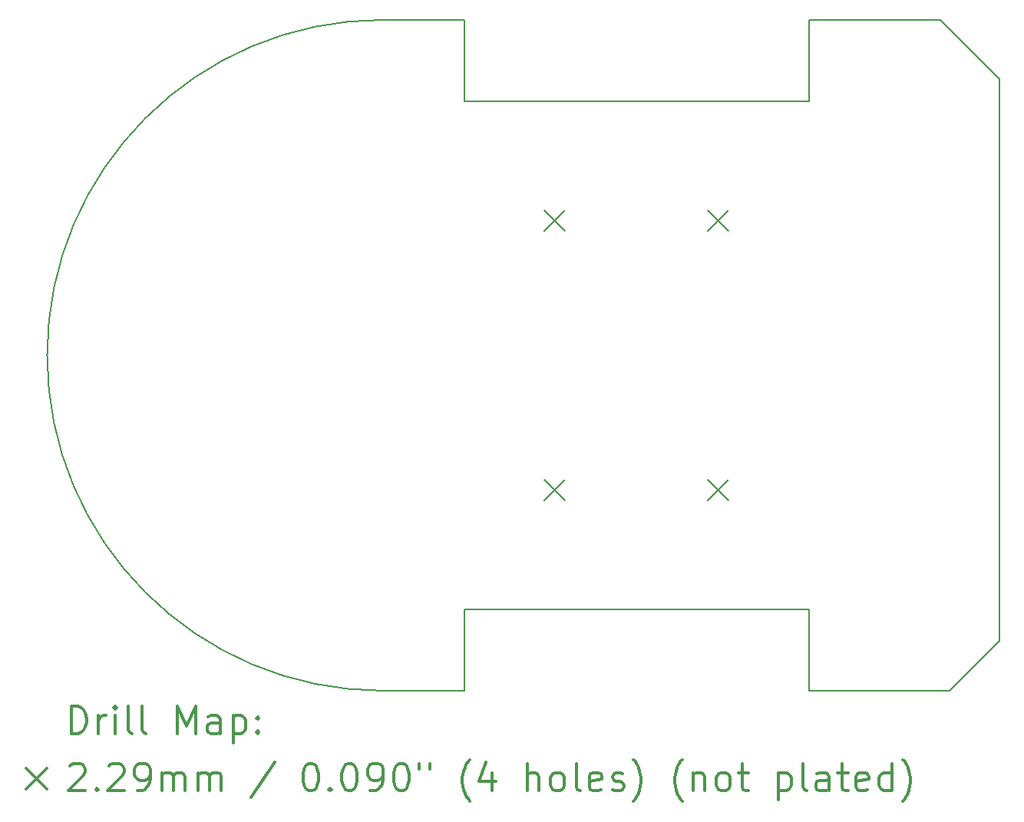
<source format=gbr>
%FSLAX45Y45*%
G04 Gerber Fmt 4.5, Leading zero omitted, Abs format (unit mm)*
G04 Created by KiCad (PCBNEW 4.0.2-stable) date 4/4/2016 10:35:26 AM*
%MOMM*%
G01*
G04 APERTURE LIST*
%ADD10C,0.127000*%
%ADD11C,0.150000*%
%ADD12C,0.200000*%
%ADD13C,0.300000*%
G04 APERTURE END LIST*
D10*
D11*
X21800000Y-5300000D02*
X23250000Y-5300000D01*
X21800000Y-12700000D02*
X23350000Y-12700000D01*
X23900000Y-12150000D02*
X23350000Y-12700000D01*
X23900000Y-5950000D02*
X23900000Y-12150000D01*
X23900000Y-5950000D02*
X23250000Y-5300000D01*
X17100000Y-12700000D02*
X17300000Y-12700000D01*
X13400000Y-9000000D02*
G75*
G03X17100000Y-12700000I3700000J0D01*
G01*
X17200000Y-5300000D02*
X17100000Y-5300000D01*
X17100000Y-5300000D02*
G75*
G03X13400000Y-9000000I0J-3700000D01*
G01*
X18000000Y-12700000D02*
X17300000Y-12700000D01*
X18000000Y-11800000D02*
X18000000Y-12700000D01*
X21800000Y-11800000D02*
X18000000Y-11800000D01*
X21800000Y-12700000D02*
X21800000Y-11800000D01*
X21800000Y-6200000D02*
X21800000Y-5300000D01*
X18300000Y-6200000D02*
X21800000Y-6200000D01*
X18000000Y-5300000D02*
X17200000Y-5300000D01*
X18000000Y-6200000D02*
X18000000Y-5300000D01*
X18300000Y-6200000D02*
X18000000Y-6200000D01*
D12*
X18885700Y-7400700D02*
X19114300Y-7629300D01*
X19114300Y-7400700D02*
X18885700Y-7629300D01*
X18885700Y-10370700D02*
X19114300Y-10599300D01*
X19114300Y-10370700D02*
X18885700Y-10599300D01*
X20685700Y-7400700D02*
X20914300Y-7629300D01*
X20914300Y-7400700D02*
X20685700Y-7629300D01*
X20685700Y-10370700D02*
X20914300Y-10599300D01*
X20914300Y-10370700D02*
X20685700Y-10599300D01*
D13*
X13663928Y-13173214D02*
X13663928Y-12873214D01*
X13735357Y-12873214D01*
X13778214Y-12887500D01*
X13806786Y-12916071D01*
X13821071Y-12944643D01*
X13835357Y-13001786D01*
X13835357Y-13044643D01*
X13821071Y-13101786D01*
X13806786Y-13130357D01*
X13778214Y-13158929D01*
X13735357Y-13173214D01*
X13663928Y-13173214D01*
X13963928Y-13173214D02*
X13963928Y-12973214D01*
X13963928Y-13030357D02*
X13978214Y-13001786D01*
X13992500Y-12987500D01*
X14021071Y-12973214D01*
X14049643Y-12973214D01*
X14149643Y-13173214D02*
X14149643Y-12973214D01*
X14149643Y-12873214D02*
X14135357Y-12887500D01*
X14149643Y-12901786D01*
X14163928Y-12887500D01*
X14149643Y-12873214D01*
X14149643Y-12901786D01*
X14335357Y-13173214D02*
X14306786Y-13158929D01*
X14292500Y-13130357D01*
X14292500Y-12873214D01*
X14492500Y-13173214D02*
X14463928Y-13158929D01*
X14449643Y-13130357D01*
X14449643Y-12873214D01*
X14835357Y-13173214D02*
X14835357Y-12873214D01*
X14935357Y-13087500D01*
X15035357Y-12873214D01*
X15035357Y-13173214D01*
X15306786Y-13173214D02*
X15306786Y-13016071D01*
X15292500Y-12987500D01*
X15263928Y-12973214D01*
X15206786Y-12973214D01*
X15178214Y-12987500D01*
X15306786Y-13158929D02*
X15278214Y-13173214D01*
X15206786Y-13173214D01*
X15178214Y-13158929D01*
X15163928Y-13130357D01*
X15163928Y-13101786D01*
X15178214Y-13073214D01*
X15206786Y-13058929D01*
X15278214Y-13058929D01*
X15306786Y-13044643D01*
X15449643Y-12973214D02*
X15449643Y-13273214D01*
X15449643Y-12987500D02*
X15478214Y-12973214D01*
X15535357Y-12973214D01*
X15563928Y-12987500D01*
X15578214Y-13001786D01*
X15592500Y-13030357D01*
X15592500Y-13116071D01*
X15578214Y-13144643D01*
X15563928Y-13158929D01*
X15535357Y-13173214D01*
X15478214Y-13173214D01*
X15449643Y-13158929D01*
X15721071Y-13144643D02*
X15735357Y-13158929D01*
X15721071Y-13173214D01*
X15706786Y-13158929D01*
X15721071Y-13144643D01*
X15721071Y-13173214D01*
X15721071Y-12987500D02*
X15735357Y-13001786D01*
X15721071Y-13016071D01*
X15706786Y-13001786D01*
X15721071Y-12987500D01*
X15721071Y-13016071D01*
X13163900Y-13553200D02*
X13392500Y-13781800D01*
X13392500Y-13553200D02*
X13163900Y-13781800D01*
X13649643Y-13531786D02*
X13663928Y-13517500D01*
X13692500Y-13503214D01*
X13763928Y-13503214D01*
X13792500Y-13517500D01*
X13806786Y-13531786D01*
X13821071Y-13560357D01*
X13821071Y-13588929D01*
X13806786Y-13631786D01*
X13635357Y-13803214D01*
X13821071Y-13803214D01*
X13949643Y-13774643D02*
X13963928Y-13788929D01*
X13949643Y-13803214D01*
X13935357Y-13788929D01*
X13949643Y-13774643D01*
X13949643Y-13803214D01*
X14078214Y-13531786D02*
X14092500Y-13517500D01*
X14121071Y-13503214D01*
X14192500Y-13503214D01*
X14221071Y-13517500D01*
X14235357Y-13531786D01*
X14249643Y-13560357D01*
X14249643Y-13588929D01*
X14235357Y-13631786D01*
X14063928Y-13803214D01*
X14249643Y-13803214D01*
X14392500Y-13803214D02*
X14449643Y-13803214D01*
X14478214Y-13788929D01*
X14492500Y-13774643D01*
X14521071Y-13731786D01*
X14535357Y-13674643D01*
X14535357Y-13560357D01*
X14521071Y-13531786D01*
X14506786Y-13517500D01*
X14478214Y-13503214D01*
X14421071Y-13503214D01*
X14392500Y-13517500D01*
X14378214Y-13531786D01*
X14363928Y-13560357D01*
X14363928Y-13631786D01*
X14378214Y-13660357D01*
X14392500Y-13674643D01*
X14421071Y-13688929D01*
X14478214Y-13688929D01*
X14506786Y-13674643D01*
X14521071Y-13660357D01*
X14535357Y-13631786D01*
X14663928Y-13803214D02*
X14663928Y-13603214D01*
X14663928Y-13631786D02*
X14678214Y-13617500D01*
X14706786Y-13603214D01*
X14749643Y-13603214D01*
X14778214Y-13617500D01*
X14792500Y-13646071D01*
X14792500Y-13803214D01*
X14792500Y-13646071D02*
X14806786Y-13617500D01*
X14835357Y-13603214D01*
X14878214Y-13603214D01*
X14906786Y-13617500D01*
X14921071Y-13646071D01*
X14921071Y-13803214D01*
X15063928Y-13803214D02*
X15063928Y-13603214D01*
X15063928Y-13631786D02*
X15078214Y-13617500D01*
X15106786Y-13603214D01*
X15149643Y-13603214D01*
X15178214Y-13617500D01*
X15192500Y-13646071D01*
X15192500Y-13803214D01*
X15192500Y-13646071D02*
X15206786Y-13617500D01*
X15235357Y-13603214D01*
X15278214Y-13603214D01*
X15306786Y-13617500D01*
X15321071Y-13646071D01*
X15321071Y-13803214D01*
X15906786Y-13488929D02*
X15649643Y-13874643D01*
X16292500Y-13503214D02*
X16321071Y-13503214D01*
X16349643Y-13517500D01*
X16363928Y-13531786D01*
X16378214Y-13560357D01*
X16392500Y-13617500D01*
X16392500Y-13688929D01*
X16378214Y-13746071D01*
X16363928Y-13774643D01*
X16349643Y-13788929D01*
X16321071Y-13803214D01*
X16292500Y-13803214D01*
X16263928Y-13788929D01*
X16249643Y-13774643D01*
X16235357Y-13746071D01*
X16221071Y-13688929D01*
X16221071Y-13617500D01*
X16235357Y-13560357D01*
X16249643Y-13531786D01*
X16263928Y-13517500D01*
X16292500Y-13503214D01*
X16521071Y-13774643D02*
X16535357Y-13788929D01*
X16521071Y-13803214D01*
X16506786Y-13788929D01*
X16521071Y-13774643D01*
X16521071Y-13803214D01*
X16721071Y-13503214D02*
X16749643Y-13503214D01*
X16778214Y-13517500D01*
X16792500Y-13531786D01*
X16806786Y-13560357D01*
X16821071Y-13617500D01*
X16821071Y-13688929D01*
X16806786Y-13746071D01*
X16792500Y-13774643D01*
X16778214Y-13788929D01*
X16749643Y-13803214D01*
X16721071Y-13803214D01*
X16692500Y-13788929D01*
X16678214Y-13774643D01*
X16663928Y-13746071D01*
X16649643Y-13688929D01*
X16649643Y-13617500D01*
X16663928Y-13560357D01*
X16678214Y-13531786D01*
X16692500Y-13517500D01*
X16721071Y-13503214D01*
X16963928Y-13803214D02*
X17021071Y-13803214D01*
X17049643Y-13788929D01*
X17063928Y-13774643D01*
X17092500Y-13731786D01*
X17106786Y-13674643D01*
X17106786Y-13560357D01*
X17092500Y-13531786D01*
X17078214Y-13517500D01*
X17049643Y-13503214D01*
X16992500Y-13503214D01*
X16963928Y-13517500D01*
X16949643Y-13531786D01*
X16935357Y-13560357D01*
X16935357Y-13631786D01*
X16949643Y-13660357D01*
X16963928Y-13674643D01*
X16992500Y-13688929D01*
X17049643Y-13688929D01*
X17078214Y-13674643D01*
X17092500Y-13660357D01*
X17106786Y-13631786D01*
X17292500Y-13503214D02*
X17321071Y-13503214D01*
X17349643Y-13517500D01*
X17363928Y-13531786D01*
X17378214Y-13560357D01*
X17392500Y-13617500D01*
X17392500Y-13688929D01*
X17378214Y-13746071D01*
X17363928Y-13774643D01*
X17349643Y-13788929D01*
X17321071Y-13803214D01*
X17292500Y-13803214D01*
X17263928Y-13788929D01*
X17249643Y-13774643D01*
X17235357Y-13746071D01*
X17221071Y-13688929D01*
X17221071Y-13617500D01*
X17235357Y-13560357D01*
X17249643Y-13531786D01*
X17263928Y-13517500D01*
X17292500Y-13503214D01*
X17506786Y-13503214D02*
X17506786Y-13560357D01*
X17621071Y-13503214D02*
X17621071Y-13560357D01*
X18063928Y-13917500D02*
X18049643Y-13903214D01*
X18021071Y-13860357D01*
X18006786Y-13831786D01*
X17992500Y-13788929D01*
X17978214Y-13717500D01*
X17978214Y-13660357D01*
X17992500Y-13588929D01*
X18006786Y-13546071D01*
X18021071Y-13517500D01*
X18049643Y-13474643D01*
X18063928Y-13460357D01*
X18306786Y-13603214D02*
X18306786Y-13803214D01*
X18235357Y-13488929D02*
X18163928Y-13703214D01*
X18349643Y-13703214D01*
X18692500Y-13803214D02*
X18692500Y-13503214D01*
X18821071Y-13803214D02*
X18821071Y-13646071D01*
X18806786Y-13617500D01*
X18778214Y-13603214D01*
X18735357Y-13603214D01*
X18706786Y-13617500D01*
X18692500Y-13631786D01*
X19006786Y-13803214D02*
X18978214Y-13788929D01*
X18963928Y-13774643D01*
X18949643Y-13746071D01*
X18949643Y-13660357D01*
X18963928Y-13631786D01*
X18978214Y-13617500D01*
X19006786Y-13603214D01*
X19049643Y-13603214D01*
X19078214Y-13617500D01*
X19092500Y-13631786D01*
X19106786Y-13660357D01*
X19106786Y-13746071D01*
X19092500Y-13774643D01*
X19078214Y-13788929D01*
X19049643Y-13803214D01*
X19006786Y-13803214D01*
X19278214Y-13803214D02*
X19249643Y-13788929D01*
X19235357Y-13760357D01*
X19235357Y-13503214D01*
X19506786Y-13788929D02*
X19478214Y-13803214D01*
X19421071Y-13803214D01*
X19392500Y-13788929D01*
X19378214Y-13760357D01*
X19378214Y-13646071D01*
X19392500Y-13617500D01*
X19421071Y-13603214D01*
X19478214Y-13603214D01*
X19506786Y-13617500D01*
X19521071Y-13646071D01*
X19521071Y-13674643D01*
X19378214Y-13703214D01*
X19635357Y-13788929D02*
X19663929Y-13803214D01*
X19721071Y-13803214D01*
X19749643Y-13788929D01*
X19763929Y-13760357D01*
X19763929Y-13746071D01*
X19749643Y-13717500D01*
X19721071Y-13703214D01*
X19678214Y-13703214D01*
X19649643Y-13688929D01*
X19635357Y-13660357D01*
X19635357Y-13646071D01*
X19649643Y-13617500D01*
X19678214Y-13603214D01*
X19721071Y-13603214D01*
X19749643Y-13617500D01*
X19863928Y-13917500D02*
X19878214Y-13903214D01*
X19906786Y-13860357D01*
X19921071Y-13831786D01*
X19935357Y-13788929D01*
X19949643Y-13717500D01*
X19949643Y-13660357D01*
X19935357Y-13588929D01*
X19921071Y-13546071D01*
X19906786Y-13517500D01*
X19878214Y-13474643D01*
X19863928Y-13460357D01*
X20406786Y-13917500D02*
X20392500Y-13903214D01*
X20363928Y-13860357D01*
X20349643Y-13831786D01*
X20335357Y-13788929D01*
X20321071Y-13717500D01*
X20321071Y-13660357D01*
X20335357Y-13588929D01*
X20349643Y-13546071D01*
X20363928Y-13517500D01*
X20392500Y-13474643D01*
X20406786Y-13460357D01*
X20521071Y-13603214D02*
X20521071Y-13803214D01*
X20521071Y-13631786D02*
X20535357Y-13617500D01*
X20563928Y-13603214D01*
X20606786Y-13603214D01*
X20635357Y-13617500D01*
X20649643Y-13646071D01*
X20649643Y-13803214D01*
X20835357Y-13803214D02*
X20806786Y-13788929D01*
X20792500Y-13774643D01*
X20778214Y-13746071D01*
X20778214Y-13660357D01*
X20792500Y-13631786D01*
X20806786Y-13617500D01*
X20835357Y-13603214D01*
X20878214Y-13603214D01*
X20906786Y-13617500D01*
X20921071Y-13631786D01*
X20935357Y-13660357D01*
X20935357Y-13746071D01*
X20921071Y-13774643D01*
X20906786Y-13788929D01*
X20878214Y-13803214D01*
X20835357Y-13803214D01*
X21021071Y-13603214D02*
X21135357Y-13603214D01*
X21063929Y-13503214D02*
X21063929Y-13760357D01*
X21078214Y-13788929D01*
X21106786Y-13803214D01*
X21135357Y-13803214D01*
X21463929Y-13603214D02*
X21463929Y-13903214D01*
X21463929Y-13617500D02*
X21492500Y-13603214D01*
X21549643Y-13603214D01*
X21578214Y-13617500D01*
X21592500Y-13631786D01*
X21606786Y-13660357D01*
X21606786Y-13746071D01*
X21592500Y-13774643D01*
X21578214Y-13788929D01*
X21549643Y-13803214D01*
X21492500Y-13803214D01*
X21463929Y-13788929D01*
X21778214Y-13803214D02*
X21749643Y-13788929D01*
X21735357Y-13760357D01*
X21735357Y-13503214D01*
X22021071Y-13803214D02*
X22021071Y-13646071D01*
X22006786Y-13617500D01*
X21978214Y-13603214D01*
X21921071Y-13603214D01*
X21892500Y-13617500D01*
X22021071Y-13788929D02*
X21992500Y-13803214D01*
X21921071Y-13803214D01*
X21892500Y-13788929D01*
X21878214Y-13760357D01*
X21878214Y-13731786D01*
X21892500Y-13703214D01*
X21921071Y-13688929D01*
X21992500Y-13688929D01*
X22021071Y-13674643D01*
X22121071Y-13603214D02*
X22235357Y-13603214D01*
X22163929Y-13503214D02*
X22163929Y-13760357D01*
X22178214Y-13788929D01*
X22206786Y-13803214D01*
X22235357Y-13803214D01*
X22449643Y-13788929D02*
X22421071Y-13803214D01*
X22363929Y-13803214D01*
X22335357Y-13788929D01*
X22321072Y-13760357D01*
X22321072Y-13646071D01*
X22335357Y-13617500D01*
X22363929Y-13603214D01*
X22421071Y-13603214D01*
X22449643Y-13617500D01*
X22463929Y-13646071D01*
X22463929Y-13674643D01*
X22321072Y-13703214D01*
X22721071Y-13803214D02*
X22721071Y-13503214D01*
X22721071Y-13788929D02*
X22692500Y-13803214D01*
X22635357Y-13803214D01*
X22606786Y-13788929D01*
X22592500Y-13774643D01*
X22578214Y-13746071D01*
X22578214Y-13660357D01*
X22592500Y-13631786D01*
X22606786Y-13617500D01*
X22635357Y-13603214D01*
X22692500Y-13603214D01*
X22721071Y-13617500D01*
X22835357Y-13917500D02*
X22849643Y-13903214D01*
X22878214Y-13860357D01*
X22892500Y-13831786D01*
X22906786Y-13788929D01*
X22921071Y-13717500D01*
X22921071Y-13660357D01*
X22906786Y-13588929D01*
X22892500Y-13546071D01*
X22878214Y-13517500D01*
X22849643Y-13474643D01*
X22835357Y-13460357D01*
M02*

</source>
